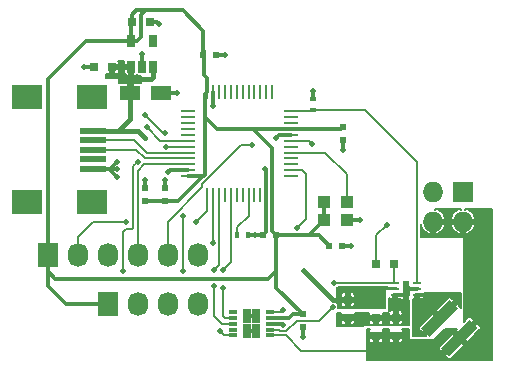
<source format=gtl>
G04 #@! TF.FileFunction,Copper,L1,Top,Signal*
%FSLAX46Y46*%
G04 Gerber Fmt 4.6, Leading zero omitted, Abs format (unit mm)*
G04 Created by KiCad (PCBNEW (after 2015-mar-04 BZR unknown)-product) date Sat 21 Nov 2015 03:19:33 PM EST*
%MOMM*%
G01*
G04 APERTURE LIST*
%ADD10C,0.150000*%
%ADD11R,2.301240X0.500380*%
%ADD12R,2.499360X1.998980*%
%ADD13R,0.600000X0.500000*%
%ADD14R,0.500000X0.600000*%
%ADD15R,1.800000X1.230000*%
%ADD16R,0.800000X0.750000*%
%ADD17R,1.727200X2.032000*%
%ADD18O,1.727200X2.032000*%
%ADD19R,0.400000X0.600000*%
%ADD20R,1.100000X1.000000*%
%ADD21R,1.300000X0.250000*%
%ADD22R,0.250000X1.300000*%
%ADD23R,0.650000X1.060000*%
%ADD24R,0.750000X0.800000*%
%ADD25R,0.600000X0.400000*%
%ADD26R,0.700000X0.250000*%
%ADD27R,0.610000X0.710000*%
%ADD28R,0.650000X0.300000*%
%ADD29R,0.775000X1.240000*%
%ADD30R,1.727200X1.727200*%
%ADD31O,1.727200X1.727200*%
%ADD32C,0.508000*%
%ADD33C,0.300000*%
%ADD34C,0.400000*%
%ADD35C,0.152400*%
G04 APERTURE END LIST*
D10*
D11*
X152420320Y-89077800D03*
X152420320Y-89877900D03*
X152420320Y-90678000D03*
X152420320Y-91478100D03*
X152420320Y-92278200D03*
D12*
X152321260Y-86227920D03*
X146822160Y-86227920D03*
X152321260Y-95128080D03*
X146822160Y-95128080D03*
D13*
X172424000Y-98806000D03*
X173524000Y-98806000D03*
X167936000Y-97917000D03*
X166836000Y-97917000D03*
D14*
X173609000Y-88731000D03*
X173609000Y-89831000D03*
D13*
X161756000Y-82677000D03*
X162856000Y-82677000D03*
D14*
X158496000Y-95038000D03*
X158496000Y-93938000D03*
X156845000Y-95038000D03*
X156845000Y-93938000D03*
D15*
X158155000Y-85852000D03*
X155535000Y-85852000D03*
D16*
X154039000Y-83693000D03*
X152539000Y-83693000D03*
X155714000Y-79883000D03*
X157214000Y-79883000D03*
D17*
X148590000Y-99568000D03*
D18*
X151130000Y-99568000D03*
X153670000Y-99568000D03*
X156210000Y-99568000D03*
X158750000Y-99568000D03*
X161290000Y-99568000D03*
D19*
X164650000Y-97917000D03*
X165550000Y-97917000D03*
D20*
X172024000Y-96635000D03*
X173924000Y-96635000D03*
X173924000Y-95135000D03*
X172024000Y-95135000D03*
D21*
X169196000Y-92920000D03*
X169196000Y-92420000D03*
X169196000Y-91920000D03*
X169196000Y-91420000D03*
X169196000Y-90920000D03*
X169196000Y-90420000D03*
X169196000Y-89920000D03*
X169196000Y-89420000D03*
X169196000Y-88920000D03*
X169196000Y-88420000D03*
X169196000Y-87920000D03*
X169196000Y-87420000D03*
D22*
X167596000Y-85820000D03*
X167096000Y-85820000D03*
X166596000Y-85820000D03*
X166096000Y-85820000D03*
X165596000Y-85820000D03*
X165096000Y-85820000D03*
X164596000Y-85820000D03*
X164096000Y-85820000D03*
X163596000Y-85820000D03*
X163096000Y-85820000D03*
X162596000Y-85820000D03*
X162096000Y-85820000D03*
D21*
X160496000Y-87420000D03*
X160496000Y-87920000D03*
X160496000Y-88420000D03*
X160496000Y-88920000D03*
X160496000Y-89420000D03*
X160496000Y-89920000D03*
X160496000Y-90420000D03*
X160496000Y-90920000D03*
X160496000Y-91420000D03*
X160496000Y-91920000D03*
X160496000Y-92420000D03*
X160496000Y-92920000D03*
D22*
X162096000Y-94520000D03*
X162596000Y-94520000D03*
X163096000Y-94520000D03*
X163596000Y-94520000D03*
X164096000Y-94520000D03*
X164596000Y-94520000D03*
X165096000Y-94520000D03*
X165596000Y-94520000D03*
X166096000Y-94520000D03*
X166596000Y-94520000D03*
X167096000Y-94520000D03*
X167596000Y-94520000D03*
D23*
X155641000Y-83650000D03*
X156591000Y-83650000D03*
X157541000Y-83650000D03*
X157541000Y-81450000D03*
X155641000Y-81450000D03*
D16*
X176415000Y-100330000D03*
X177915000Y-100330000D03*
D24*
X173990000Y-103390000D03*
X173990000Y-104890000D03*
X176403000Y-106414000D03*
X176403000Y-104914000D03*
X178054000Y-106414000D03*
X178054000Y-104914000D03*
D14*
X170180000Y-104606000D03*
X170180000Y-105706000D03*
D10*
G36*
X180239514Y-105808677D02*
X182643677Y-103404514D01*
X183336642Y-104097479D01*
X180932479Y-106501642D01*
X180239514Y-105808677D01*
X180239514Y-105808677D01*
G37*
G36*
X181915358Y-107484521D02*
X184319521Y-105080358D01*
X185012486Y-105773323D01*
X182608323Y-108177486D01*
X181915358Y-107484521D01*
X181915358Y-107484521D01*
G37*
D17*
X153670000Y-103759000D03*
D18*
X156210000Y-103759000D03*
X158750000Y-103759000D03*
X161290000Y-103759000D03*
D25*
X171069000Y-87318000D03*
X171069000Y-86418000D03*
D26*
X178018000Y-101989000D03*
X178018000Y-102489000D03*
X178018000Y-102989000D03*
X179868000Y-102989000D03*
X179868000Y-102489000D03*
X179868000Y-101989000D03*
D27*
X178943000Y-102844000D03*
X178943000Y-102134000D03*
D28*
X164312000Y-104410000D03*
X164312000Y-104910000D03*
X164312000Y-105410000D03*
X164312000Y-105910000D03*
X164312000Y-106410000D03*
X167412000Y-106410000D03*
X167412000Y-105910000D03*
X167412000Y-105410000D03*
X167412000Y-104910000D03*
X167412000Y-104410000D03*
D29*
X166249500Y-106030000D03*
X166249500Y-104790000D03*
X165474500Y-106030000D03*
X165474500Y-104790000D03*
D30*
X183769000Y-94234000D03*
D31*
X183769000Y-96774000D03*
X181229000Y-94234000D03*
X181229000Y-96774000D03*
D32*
X154432000Y-92329000D03*
X154432000Y-92964000D03*
X154432000Y-91694000D03*
X156591000Y-82550000D03*
X151638000Y-83693000D03*
X157988000Y-80010000D03*
X163576000Y-82677000D03*
X162560000Y-86995000D03*
X156845000Y-93218000D03*
X158496000Y-93218000D03*
X167894000Y-89662000D03*
X173609000Y-90678000D03*
X175006000Y-96647000D03*
X174244000Y-98806000D03*
X166116000Y-97917000D03*
X167005000Y-92329000D03*
X170180000Y-106553000D03*
X168529000Y-105537000D03*
X165474500Y-104790000D03*
X166249500Y-106030000D03*
X178943000Y-102134000D03*
X178943000Y-102844000D03*
X175133000Y-104902000D03*
X178943000Y-104394000D03*
X171069000Y-85725000D03*
X159512000Y-85852000D03*
X158750000Y-92583000D03*
X156845000Y-89662000D03*
X170307000Y-100965000D03*
X155194000Y-96774000D03*
X161163000Y-96774000D03*
X165862000Y-90297000D03*
X170942000Y-90170000D03*
X177292000Y-97028000D03*
X172720000Y-104013000D03*
X172847000Y-101981000D03*
X154940000Y-100965000D03*
X156210000Y-91694000D03*
X156972000Y-88773000D03*
X160020000Y-100965000D03*
X160020000Y-96266000D03*
X156845000Y-87757000D03*
X158496000Y-89281000D03*
X158623000Y-90424000D03*
X169672000Y-97282000D03*
X168529000Y-104267000D03*
X163195000Y-106045000D03*
X162560000Y-98552000D03*
X162687000Y-102235000D03*
X162687000Y-100838000D03*
X163449000Y-100838000D03*
X163449000Y-102362000D03*
D33*
X155641000Y-79956000D02*
X155714000Y-79883000D01*
X155641000Y-81450000D02*
X155641000Y-79956000D01*
X160020000Y-78867000D02*
X161756000Y-80603000D01*
X157480000Y-78867000D02*
X160020000Y-78867000D01*
X161756000Y-82296000D02*
X161756000Y-82677000D01*
X161756000Y-80603000D02*
X161756000Y-82296000D01*
X156845000Y-78867000D02*
X157480000Y-78867000D01*
X156464000Y-79248000D02*
X156845000Y-78867000D01*
X156464000Y-81153000D02*
X156464000Y-79248000D01*
X156167000Y-81450000D02*
X156464000Y-81153000D01*
X155641000Y-81450000D02*
X156167000Y-81450000D01*
X155714000Y-79236000D02*
X156083000Y-78867000D01*
X156083000Y-78867000D02*
X157480000Y-78867000D01*
X155714000Y-79883000D02*
X155714000Y-79236000D01*
X162096000Y-84626000D02*
X161798000Y-84328000D01*
X161798000Y-84328000D02*
X161798000Y-82296000D01*
X161798000Y-82296000D02*
X161756000Y-82296000D01*
X162096000Y-85820000D02*
X162096000Y-84626000D01*
X161842000Y-92920000D02*
X161925000Y-92837000D01*
X161925000Y-87884000D02*
X161925000Y-85991000D01*
X161925000Y-92837000D02*
X161925000Y-87884000D01*
X161925000Y-85991000D02*
X162096000Y-85820000D01*
X160496000Y-92920000D02*
X161842000Y-92920000D01*
X159597000Y-95038000D02*
X161798000Y-92837000D01*
X161798000Y-92837000D02*
X161925000Y-92837000D01*
X158496000Y-95038000D02*
X159597000Y-95038000D01*
X156845000Y-95038000D02*
X158496000Y-95038000D01*
X162961000Y-88920000D02*
X161925000Y-87884000D01*
X166009000Y-88920000D02*
X162961000Y-88920000D01*
X169196000Y-88920000D02*
X166009000Y-88920000D01*
X173420000Y-88920000D02*
X173609000Y-88731000D01*
X169196000Y-88920000D02*
X173420000Y-88920000D01*
X170742000Y-97917000D02*
X172024000Y-96635000D01*
X167936000Y-97917000D02*
X170742000Y-97917000D01*
X171535000Y-97917000D02*
X172424000Y-98806000D01*
X167936000Y-97917000D02*
X171535000Y-97917000D01*
X172024000Y-96635000D02*
X172024000Y-95135000D01*
X167596000Y-97577000D02*
X167936000Y-97917000D01*
X167596000Y-94520000D02*
X167596000Y-97577000D01*
X167596000Y-90507000D02*
X166009000Y-88920000D01*
X167596000Y-94520000D02*
X167596000Y-90507000D01*
X167936000Y-102362000D02*
X170180000Y-104606000D01*
X167936000Y-100923000D02*
X167936000Y-102362000D01*
X167936000Y-97917000D02*
X167936000Y-100923000D01*
X148590000Y-84709000D02*
X151849000Y-81450000D01*
X151849000Y-81450000D02*
X155641000Y-81450000D01*
X148590000Y-99568000D02*
X148590000Y-84709000D01*
X148590000Y-102235000D02*
X150114000Y-103759000D01*
X150114000Y-103759000D02*
X153670000Y-103759000D01*
X148590000Y-99568000D02*
X148590000Y-102235000D01*
X148590000Y-100965000D02*
X149225000Y-101600000D01*
X149225000Y-101600000D02*
X167259000Y-101600000D01*
X167259000Y-101600000D02*
X167936000Y-100923000D01*
X148590000Y-99568000D02*
X148590000Y-100965000D01*
X169029000Y-104910000D02*
X169333000Y-104606000D01*
X169333000Y-104606000D02*
X170180000Y-104606000D01*
X167412000Y-104910000D02*
X169029000Y-104910000D01*
X154381200Y-92278200D02*
X154432000Y-92329000D01*
X152420320Y-92278200D02*
X154381200Y-92278200D01*
X153746200Y-92278200D02*
X154432000Y-92964000D01*
X152420320Y-92278200D02*
X153746200Y-92278200D01*
X153847800Y-92278200D02*
X154432000Y-91694000D01*
X152420320Y-92278200D02*
X153847800Y-92278200D01*
X156591000Y-83650000D02*
X156591000Y-82550000D01*
X152539000Y-83693000D02*
X151638000Y-83693000D01*
X157861000Y-79883000D02*
X157988000Y-80010000D01*
X157214000Y-79883000D02*
X157861000Y-79883000D01*
X162856000Y-82677000D02*
X163576000Y-82677000D01*
X162596000Y-86959000D02*
X162560000Y-86995000D01*
X162596000Y-85820000D02*
X162596000Y-86959000D01*
X156845000Y-93938000D02*
X156845000Y-93218000D01*
X158496000Y-93938000D02*
X158496000Y-93218000D01*
X168136000Y-89420000D02*
X167894000Y-89662000D01*
X169196000Y-89420000D02*
X168136000Y-89420000D01*
X173609000Y-89831000D02*
X173609000Y-90678000D01*
X174994000Y-96635000D02*
X175006000Y-96647000D01*
X173924000Y-96635000D02*
X174994000Y-96635000D01*
X173524000Y-98806000D02*
X174244000Y-98806000D01*
X166116000Y-97917000D02*
X166836000Y-97917000D01*
X165550000Y-97917000D02*
X166116000Y-97917000D01*
X167096000Y-92420000D02*
X167005000Y-92329000D01*
X167096000Y-94520000D02*
X167096000Y-92420000D01*
X167096000Y-97657000D02*
X166836000Y-97917000D01*
X167096000Y-94520000D02*
X167096000Y-97657000D01*
X170180000Y-105706000D02*
X170180000Y-106553000D01*
X168402000Y-105410000D02*
X168529000Y-105537000D01*
X167412000Y-105410000D02*
X168402000Y-105410000D01*
X179298000Y-102489000D02*
X178943000Y-102134000D01*
X179868000Y-102489000D02*
X179298000Y-102489000D01*
X178798000Y-102989000D02*
X178943000Y-102844000D01*
X178018000Y-102989000D02*
X178798000Y-102989000D01*
X175121000Y-104890000D02*
X175133000Y-104902000D01*
X173990000Y-104890000D02*
X175121000Y-104890000D01*
X178423000Y-104914000D02*
X178943000Y-104394000D01*
X178054000Y-104914000D02*
X178423000Y-104914000D01*
X171069000Y-86418000D02*
X171069000Y-85725000D01*
X158155000Y-85852000D02*
X159512000Y-85852000D01*
X158913000Y-92420000D02*
X158750000Y-92583000D01*
X160496000Y-92420000D02*
X158913000Y-92420000D01*
X165474500Y-104790000D02*
X166249500Y-104790000D01*
X166249500Y-106030000D02*
X165474500Y-106030000D01*
D34*
X156260800Y-89077800D02*
X156845000Y-89662000D01*
X170307000Y-100965000D02*
X172732000Y-103390000D01*
X172732000Y-103390000D02*
X173990000Y-103390000D01*
X152420320Y-89077800D02*
X156260800Y-89077800D01*
X154508200Y-89077800D02*
X155535000Y-88051000D01*
X155535000Y-88051000D02*
X155535000Y-85852000D01*
X152420320Y-89077800D02*
X154508200Y-89077800D01*
X155641000Y-85746000D02*
X155535000Y-85852000D01*
X155641000Y-84709000D02*
X155641000Y-85746000D01*
X155641000Y-83650000D02*
X155641000Y-84709000D01*
X155598000Y-83693000D02*
X155641000Y-83650000D01*
X154039000Y-83693000D02*
X155598000Y-83693000D01*
X157541000Y-84521000D02*
X157353000Y-84709000D01*
X157353000Y-84709000D02*
X155641000Y-84709000D01*
X157541000Y-83650000D02*
X157541000Y-84521000D01*
D35*
X176403000Y-102489000D02*
X175502000Y-103390000D01*
X175502000Y-103390000D02*
X173990000Y-103390000D01*
X178018000Y-102489000D02*
X176403000Y-102489000D01*
X151130000Y-98044000D02*
X152400000Y-96774000D01*
X152400000Y-96774000D02*
X155194000Y-96774000D01*
X161163000Y-96774000D02*
X162096000Y-95841000D01*
X162096000Y-95841000D02*
X162096000Y-94520000D01*
X151130000Y-99568000D02*
X151130000Y-98044000D01*
X156210000Y-92456000D02*
X156746000Y-91920000D01*
X156746000Y-91920000D02*
X160496000Y-91920000D01*
X156210000Y-99568000D02*
X156210000Y-92456000D01*
X158750000Y-96774000D02*
X161671000Y-93853000D01*
X161671000Y-93853000D02*
X161671000Y-93626424D01*
X161671000Y-93626424D02*
X165000424Y-90297000D01*
X165000424Y-90297000D02*
X165862000Y-90297000D01*
X170942000Y-90170000D02*
X170692000Y-89920000D01*
X170692000Y-89920000D02*
X169196000Y-89920000D01*
X158750000Y-99568000D02*
X158750000Y-96774000D01*
X165596000Y-96278000D02*
X164650000Y-97224000D01*
X164650000Y-97224000D02*
X164650000Y-97917000D01*
X165596000Y-94520000D02*
X165596000Y-96278000D01*
X173924000Y-92771000D02*
X172073000Y-90920000D01*
X172073000Y-90920000D02*
X169196000Y-90920000D01*
X173924000Y-95135000D02*
X173924000Y-92771000D01*
X168767000Y-106410000D02*
X170053000Y-107696000D01*
X170053000Y-107696000D02*
X176530000Y-107696000D01*
X167412000Y-106410000D02*
X168767000Y-106410000D01*
X176415000Y-97905000D02*
X177292000Y-97028000D01*
X176415000Y-100330000D02*
X176415000Y-97905000D01*
X177915000Y-101886000D02*
X178018000Y-101989000D01*
X177915000Y-100330000D02*
X177915000Y-101886000D01*
X168140000Y-105910000D02*
X168275000Y-106045000D01*
X168275000Y-106045000D02*
X168783000Y-106045000D01*
X168783000Y-106045000D02*
X169672000Y-105156000D01*
X169672000Y-105156000D02*
X171577000Y-105156000D01*
X171577000Y-105156000D02*
X172720000Y-104013000D01*
X172847000Y-101981000D02*
X172855000Y-101989000D01*
X172855000Y-101989000D02*
X178018000Y-101989000D01*
X167412000Y-105910000D02*
X168140000Y-105910000D01*
X154940000Y-100965000D02*
X154940000Y-97663000D01*
X154940000Y-97663000D02*
X155194000Y-97409000D01*
X155194000Y-97409000D02*
X155702000Y-97409000D01*
X155702000Y-97409000D02*
X155829000Y-97282000D01*
X155829000Y-97282000D02*
X155829000Y-92075000D01*
X155829000Y-92075000D02*
X156210000Y-91694000D01*
X156972000Y-88773000D02*
X158119000Y-89920000D01*
X158119000Y-89920000D02*
X160496000Y-89920000D01*
X160020000Y-100965000D02*
X160020000Y-96266000D01*
X156845000Y-87757000D02*
X158369000Y-89281000D01*
X158369000Y-89281000D02*
X158496000Y-89281000D01*
X158623000Y-90424000D02*
X158627000Y-90420000D01*
X158627000Y-90420000D02*
X160496000Y-90420000D01*
X170967000Y-87420000D02*
X171069000Y-87318000D01*
X169196000Y-87420000D02*
X170967000Y-87420000D01*
X175456000Y-87318000D02*
X179868000Y-91730000D01*
X179868000Y-91730000D02*
X179868000Y-101989000D01*
X171069000Y-87318000D02*
X175456000Y-87318000D01*
X170144000Y-92420000D02*
X170434000Y-92710000D01*
X170434000Y-92710000D02*
X170434000Y-96520000D01*
X170434000Y-96520000D02*
X169672000Y-97282000D01*
X168529000Y-104267000D02*
X168386000Y-104410000D01*
X168386000Y-104410000D02*
X167412000Y-104410000D01*
X169196000Y-92420000D02*
X170144000Y-92420000D01*
X162560000Y-94556000D02*
X162596000Y-94520000D01*
X163560000Y-106410000D02*
X163195000Y-106045000D01*
X162560000Y-98552000D02*
X162687000Y-98425000D01*
X162687000Y-98425000D02*
X162560000Y-98298000D01*
X162560000Y-98298000D02*
X162560000Y-94556000D01*
X164312000Y-106410000D02*
X163560000Y-106410000D01*
X163322000Y-105410000D02*
X162687000Y-104775000D01*
X162687000Y-104775000D02*
X162687000Y-102235000D01*
X162687000Y-100838000D02*
X163096000Y-100429000D01*
X163096000Y-100429000D02*
X163096000Y-94520000D01*
X164312000Y-105410000D02*
X163322000Y-105410000D01*
X164096000Y-100191000D02*
X163449000Y-100838000D01*
X163449000Y-102362000D02*
X163449000Y-104775000D01*
X163449000Y-104775000D02*
X163584000Y-104910000D01*
X163584000Y-104910000D02*
X164312000Y-104910000D01*
X164096000Y-94520000D02*
X164096000Y-100191000D01*
X155917900Y-89877900D02*
X156960000Y-90920000D01*
X156960000Y-90920000D02*
X160496000Y-90920000D01*
X152420320Y-89877900D02*
X155917900Y-89877900D01*
X156083000Y-90678000D02*
X156825000Y-91420000D01*
X156825000Y-91420000D02*
X160496000Y-91420000D01*
X152420320Y-90678000D02*
X156083000Y-90678000D01*
G36*
X183565800Y-104108437D02*
X183565242Y-104108995D01*
X183565242Y-104052007D01*
X183530439Y-103967987D01*
X183317939Y-103755487D01*
X183237117Y-103755487D01*
X182985669Y-104006934D01*
X182985669Y-103504039D01*
X182985669Y-103423217D01*
X182773169Y-103210717D01*
X182689149Y-103175914D01*
X182598207Y-103175914D01*
X182514186Y-103210716D01*
X182449880Y-103275022D01*
X181446086Y-104278816D01*
X181446086Y-104359639D01*
X181788078Y-104701631D01*
X182985669Y-103504039D01*
X182985669Y-104006934D01*
X182039525Y-104953078D01*
X182053667Y-104967220D01*
X181802220Y-105218667D01*
X181788078Y-105204525D01*
X181536631Y-105455972D01*
X181536631Y-104953078D01*
X181194639Y-104611086D01*
X181113816Y-104611086D01*
X180446600Y-105278302D01*
X180446600Y-103159472D01*
X180446600Y-103108650D01*
X180389450Y-103051500D01*
X180043000Y-103051500D01*
X180043000Y-103285450D01*
X180100150Y-103342600D01*
X180263471Y-103342600D01*
X180347491Y-103307798D01*
X180411797Y-103243492D01*
X180446600Y-103159472D01*
X180446600Y-105278302D01*
X180110022Y-105614880D01*
X180045716Y-105679186D01*
X180010914Y-105763207D01*
X180010914Y-105854149D01*
X180045717Y-105938169D01*
X180258217Y-106150669D01*
X180339039Y-106150669D01*
X181536631Y-104953078D01*
X181536631Y-105455972D01*
X180590487Y-106402117D01*
X180590487Y-106476800D01*
X179527200Y-106476800D01*
X179527200Y-103342600D01*
X179635850Y-103342600D01*
X179693000Y-103285450D01*
X179693000Y-103051500D01*
X179670200Y-103051500D01*
X179670200Y-102926500D01*
X179693000Y-102926500D01*
X179693000Y-102867600D01*
X179868000Y-102867600D01*
X179886098Y-102864000D01*
X180043000Y-102864000D01*
X180043000Y-102926500D01*
X180389450Y-102926500D01*
X180446600Y-102869350D01*
X180446600Y-102819200D01*
X183565800Y-102819200D01*
X183565800Y-104108437D01*
X183565800Y-104108437D01*
G37*
X183565800Y-104108437D02*
X183565242Y-104108995D01*
X183565242Y-104052007D01*
X183530439Y-103967987D01*
X183317939Y-103755487D01*
X183237117Y-103755487D01*
X182985669Y-104006934D01*
X182985669Y-103504039D01*
X182985669Y-103423217D01*
X182773169Y-103210717D01*
X182689149Y-103175914D01*
X182598207Y-103175914D01*
X182514186Y-103210716D01*
X182449880Y-103275022D01*
X181446086Y-104278816D01*
X181446086Y-104359639D01*
X181788078Y-104701631D01*
X182985669Y-103504039D01*
X182985669Y-104006934D01*
X182039525Y-104953078D01*
X182053667Y-104967220D01*
X181802220Y-105218667D01*
X181788078Y-105204525D01*
X181536631Y-105455972D01*
X181536631Y-104953078D01*
X181194639Y-104611086D01*
X181113816Y-104611086D01*
X180446600Y-105278302D01*
X180446600Y-103159472D01*
X180446600Y-103108650D01*
X180389450Y-103051500D01*
X180043000Y-103051500D01*
X180043000Y-103285450D01*
X180100150Y-103342600D01*
X180263471Y-103342600D01*
X180347491Y-103307798D01*
X180411797Y-103243492D01*
X180446600Y-103159472D01*
X180446600Y-105278302D01*
X180110022Y-105614880D01*
X180045716Y-105679186D01*
X180010914Y-105763207D01*
X180010914Y-105854149D01*
X180045717Y-105938169D01*
X180258217Y-106150669D01*
X180339039Y-106150669D01*
X181536631Y-104953078D01*
X181536631Y-105455972D01*
X180590487Y-106402117D01*
X180590487Y-106476800D01*
X179527200Y-106476800D01*
X179527200Y-103342600D01*
X179635850Y-103342600D01*
X179693000Y-103285450D01*
X179693000Y-103051500D01*
X179670200Y-103051500D01*
X179670200Y-102926500D01*
X179693000Y-102926500D01*
X179693000Y-102867600D01*
X179868000Y-102867600D01*
X179886098Y-102864000D01*
X180043000Y-102864000D01*
X180043000Y-102926500D01*
X180389450Y-102926500D01*
X180446600Y-102869350D01*
X180446600Y-102819200D01*
X183565800Y-102819200D01*
X183565800Y-104108437D01*
G36*
X186232800Y-108508800D02*
X185241086Y-108508800D01*
X185241086Y-105818793D01*
X185241086Y-105727851D01*
X185206283Y-105643831D01*
X184993783Y-105431331D01*
X184912961Y-105431331D01*
X184805567Y-105538724D01*
X184805567Y-97118192D01*
X184789499Y-96951800D01*
X183946800Y-96951800D01*
X183946800Y-97793664D01*
X184113190Y-97810550D01*
X184258583Y-97750344D01*
X184594946Y-97488669D01*
X184805567Y-97118192D01*
X184805567Y-105538724D01*
X183715369Y-106628922D01*
X184057361Y-106970914D01*
X184138184Y-106970914D01*
X185141978Y-105967120D01*
X185206284Y-105902814D01*
X185241086Y-105818793D01*
X185241086Y-108508800D01*
X183805914Y-108508800D01*
X183805914Y-107303184D01*
X183805914Y-107222361D01*
X183463922Y-106880369D01*
X183212475Y-107131816D01*
X183212475Y-106628922D01*
X182870483Y-106286930D01*
X182789660Y-106286930D01*
X181785866Y-107290724D01*
X181721560Y-107355030D01*
X181686758Y-107439051D01*
X181686758Y-107529993D01*
X181721561Y-107614013D01*
X181934061Y-107826513D01*
X182014883Y-107826513D01*
X183212475Y-106628922D01*
X183212475Y-107131816D01*
X182266331Y-108077961D01*
X182266331Y-108158783D01*
X182478831Y-108371283D01*
X182562851Y-108406086D01*
X182653793Y-108406086D01*
X182737814Y-108371284D01*
X182802120Y-108306978D01*
X183805914Y-107303184D01*
X183805914Y-108508800D01*
X178657600Y-108508800D01*
X178657600Y-106859471D01*
X178657600Y-106648950D01*
X178600450Y-106591800D01*
X178231800Y-106591800D01*
X178231800Y-106985450D01*
X178288950Y-107042600D01*
X178383529Y-107042600D01*
X178474472Y-107042600D01*
X178558492Y-107007797D01*
X178622798Y-106943491D01*
X178657600Y-106859471D01*
X178657600Y-108508800D01*
X177876200Y-108508800D01*
X177876200Y-106985450D01*
X177876200Y-106591800D01*
X177507550Y-106591800D01*
X177450400Y-106648950D01*
X177450400Y-106859471D01*
X177485202Y-106943491D01*
X177549508Y-107007797D01*
X177633528Y-107042600D01*
X177724471Y-107042600D01*
X177819050Y-107042600D01*
X177876200Y-106985450D01*
X177876200Y-108508800D01*
X177006600Y-108508800D01*
X177006600Y-106859471D01*
X177006600Y-106648950D01*
X176949450Y-106591800D01*
X176580800Y-106591800D01*
X176580800Y-106985450D01*
X176637950Y-107042600D01*
X176732529Y-107042600D01*
X176823472Y-107042600D01*
X176907492Y-107007797D01*
X176971798Y-106943491D01*
X177006600Y-106859471D01*
X177006600Y-108508800D01*
X176225200Y-108508800D01*
X176225200Y-106985450D01*
X176225200Y-106591800D01*
X175856550Y-106591800D01*
X175799400Y-106648950D01*
X175799400Y-106859471D01*
X175834202Y-106943491D01*
X175898508Y-107007797D01*
X175982528Y-107042600D01*
X176073471Y-107042600D01*
X176168050Y-107042600D01*
X176225200Y-106985450D01*
X176225200Y-108508800D01*
X175590200Y-108508800D01*
X175590200Y-105867200D01*
X175851511Y-105867200D01*
X175834202Y-105884509D01*
X175799400Y-105968529D01*
X175799400Y-106179050D01*
X175856550Y-106236200D01*
X176225200Y-106236200D01*
X176225200Y-106216200D01*
X176580800Y-106216200D01*
X176580800Y-106236200D01*
X176949450Y-106236200D01*
X177006600Y-106179050D01*
X177006600Y-105968529D01*
X176971798Y-105884509D01*
X176954489Y-105867200D01*
X177502511Y-105867200D01*
X177485202Y-105884509D01*
X177450400Y-105968529D01*
X177450400Y-106179050D01*
X177507550Y-106236200D01*
X177876200Y-106236200D01*
X177876200Y-106216200D01*
X178231800Y-106216200D01*
X178231800Y-106236200D01*
X178600450Y-106236200D01*
X178657600Y-106179050D01*
X178657600Y-105968529D01*
X178622798Y-105884509D01*
X178605489Y-105867200D01*
X179222400Y-105867200D01*
X179222400Y-106781600D01*
X181323689Y-106781600D01*
X182238089Y-105867200D01*
X183209390Y-105867200D01*
X183121930Y-105954660D01*
X183121930Y-106035483D01*
X183463922Y-106377475D01*
X184661513Y-105179883D01*
X184661513Y-105099061D01*
X184449013Y-104886561D01*
X184364993Y-104851758D01*
X184274051Y-104851758D01*
X184190030Y-104886560D01*
X184125724Y-104950866D01*
X183845200Y-105231390D01*
X183845200Y-104260089D01*
X183870600Y-104234689D01*
X183870600Y-102514400D01*
X183845200Y-102514400D01*
X183845200Y-98094800D01*
X183591200Y-98094800D01*
X183591200Y-97793664D01*
X183591200Y-96951800D01*
X182748501Y-96951800D01*
X182732433Y-97118192D01*
X182943054Y-97488669D01*
X183279417Y-97750344D01*
X183424810Y-97810550D01*
X183591200Y-97793664D01*
X183591200Y-98094800D01*
X182265567Y-98094800D01*
X182265567Y-97118192D01*
X182249499Y-96951800D01*
X181406800Y-96951800D01*
X181406800Y-97793664D01*
X181573190Y-97810550D01*
X181718583Y-97750344D01*
X182054946Y-97488669D01*
X182265567Y-97118192D01*
X182265567Y-98094800D01*
X181051200Y-98094800D01*
X180172800Y-98094800D01*
X180172800Y-96951802D01*
X180208500Y-96951802D01*
X180192433Y-97118192D01*
X180403054Y-97488669D01*
X180739417Y-97750344D01*
X180884810Y-97810550D01*
X181051200Y-97793664D01*
X181051200Y-96951800D01*
X181031200Y-96951800D01*
X181031200Y-96596200D01*
X181051200Y-96596200D01*
X181051200Y-96576200D01*
X181406800Y-96576200D01*
X181406800Y-96596200D01*
X182249499Y-96596200D01*
X182265567Y-96429808D01*
X182054946Y-96059331D01*
X181718583Y-95797656D01*
X181573190Y-95737450D01*
X181406802Y-95754335D01*
X181406802Y-95707200D01*
X183591198Y-95707200D01*
X183591198Y-95754335D01*
X183424810Y-95737450D01*
X183279417Y-95797656D01*
X182943054Y-96059331D01*
X182732433Y-96429808D01*
X182748501Y-96596200D01*
X183591200Y-96596200D01*
X183591200Y-96576200D01*
X183946800Y-96576200D01*
X183946800Y-96596200D01*
X184789499Y-96596200D01*
X184805567Y-96429808D01*
X184594946Y-96059331D01*
X184258583Y-95797656D01*
X184113190Y-95737450D01*
X183946802Y-95754335D01*
X183946802Y-95707200D01*
X186232800Y-95707200D01*
X186232800Y-108508800D01*
X186232800Y-108508800D01*
G37*
X186232800Y-108508800D02*
X185241086Y-108508800D01*
X185241086Y-105818793D01*
X185241086Y-105727851D01*
X185206283Y-105643831D01*
X184993783Y-105431331D01*
X184912961Y-105431331D01*
X184805567Y-105538724D01*
X184805567Y-97118192D01*
X184789499Y-96951800D01*
X183946800Y-96951800D01*
X183946800Y-97793664D01*
X184113190Y-97810550D01*
X184258583Y-97750344D01*
X184594946Y-97488669D01*
X184805567Y-97118192D01*
X184805567Y-105538724D01*
X183715369Y-106628922D01*
X184057361Y-106970914D01*
X184138184Y-106970914D01*
X185141978Y-105967120D01*
X185206284Y-105902814D01*
X185241086Y-105818793D01*
X185241086Y-108508800D01*
X183805914Y-108508800D01*
X183805914Y-107303184D01*
X183805914Y-107222361D01*
X183463922Y-106880369D01*
X183212475Y-107131816D01*
X183212475Y-106628922D01*
X182870483Y-106286930D01*
X182789660Y-106286930D01*
X181785866Y-107290724D01*
X181721560Y-107355030D01*
X181686758Y-107439051D01*
X181686758Y-107529993D01*
X181721561Y-107614013D01*
X181934061Y-107826513D01*
X182014883Y-107826513D01*
X183212475Y-106628922D01*
X183212475Y-107131816D01*
X182266331Y-108077961D01*
X182266331Y-108158783D01*
X182478831Y-108371283D01*
X182562851Y-108406086D01*
X182653793Y-108406086D01*
X182737814Y-108371284D01*
X182802120Y-108306978D01*
X183805914Y-107303184D01*
X183805914Y-108508800D01*
X178657600Y-108508800D01*
X178657600Y-106859471D01*
X178657600Y-106648950D01*
X178600450Y-106591800D01*
X178231800Y-106591800D01*
X178231800Y-106985450D01*
X178288950Y-107042600D01*
X178383529Y-107042600D01*
X178474472Y-107042600D01*
X178558492Y-107007797D01*
X178622798Y-106943491D01*
X178657600Y-106859471D01*
X178657600Y-108508800D01*
X177876200Y-108508800D01*
X177876200Y-106985450D01*
X177876200Y-106591800D01*
X177507550Y-106591800D01*
X177450400Y-106648950D01*
X177450400Y-106859471D01*
X177485202Y-106943491D01*
X177549508Y-107007797D01*
X177633528Y-107042600D01*
X177724471Y-107042600D01*
X177819050Y-107042600D01*
X177876200Y-106985450D01*
X177876200Y-108508800D01*
X177006600Y-108508800D01*
X177006600Y-106859471D01*
X177006600Y-106648950D01*
X176949450Y-106591800D01*
X176580800Y-106591800D01*
X176580800Y-106985450D01*
X176637950Y-107042600D01*
X176732529Y-107042600D01*
X176823472Y-107042600D01*
X176907492Y-107007797D01*
X176971798Y-106943491D01*
X177006600Y-106859471D01*
X177006600Y-108508800D01*
X176225200Y-108508800D01*
X176225200Y-106985450D01*
X176225200Y-106591800D01*
X175856550Y-106591800D01*
X175799400Y-106648950D01*
X175799400Y-106859471D01*
X175834202Y-106943491D01*
X175898508Y-107007797D01*
X175982528Y-107042600D01*
X176073471Y-107042600D01*
X176168050Y-107042600D01*
X176225200Y-106985450D01*
X176225200Y-108508800D01*
X175590200Y-108508800D01*
X175590200Y-105867200D01*
X175851511Y-105867200D01*
X175834202Y-105884509D01*
X175799400Y-105968529D01*
X175799400Y-106179050D01*
X175856550Y-106236200D01*
X176225200Y-106236200D01*
X176225200Y-106216200D01*
X176580800Y-106216200D01*
X176580800Y-106236200D01*
X176949450Y-106236200D01*
X177006600Y-106179050D01*
X177006600Y-105968529D01*
X176971798Y-105884509D01*
X176954489Y-105867200D01*
X177502511Y-105867200D01*
X177485202Y-105884509D01*
X177450400Y-105968529D01*
X177450400Y-106179050D01*
X177507550Y-106236200D01*
X177876200Y-106236200D01*
X177876200Y-106216200D01*
X178231800Y-106216200D01*
X178231800Y-106236200D01*
X178600450Y-106236200D01*
X178657600Y-106179050D01*
X178657600Y-105968529D01*
X178622798Y-105884509D01*
X178605489Y-105867200D01*
X179222400Y-105867200D01*
X179222400Y-106781600D01*
X181323689Y-106781600D01*
X182238089Y-105867200D01*
X183209390Y-105867200D01*
X183121930Y-105954660D01*
X183121930Y-106035483D01*
X183463922Y-106377475D01*
X184661513Y-105179883D01*
X184661513Y-105099061D01*
X184449013Y-104886561D01*
X184364993Y-104851758D01*
X184274051Y-104851758D01*
X184190030Y-104886560D01*
X184125724Y-104950866D01*
X183845200Y-105231390D01*
X183845200Y-104260089D01*
X183870600Y-104234689D01*
X183870600Y-102514400D01*
X183845200Y-102514400D01*
X183845200Y-98094800D01*
X183591200Y-98094800D01*
X183591200Y-97793664D01*
X183591200Y-96951800D01*
X182748501Y-96951800D01*
X182732433Y-97118192D01*
X182943054Y-97488669D01*
X183279417Y-97750344D01*
X183424810Y-97810550D01*
X183591200Y-97793664D01*
X183591200Y-98094800D01*
X182265567Y-98094800D01*
X182265567Y-97118192D01*
X182249499Y-96951800D01*
X181406800Y-96951800D01*
X181406800Y-97793664D01*
X181573190Y-97810550D01*
X181718583Y-97750344D01*
X182054946Y-97488669D01*
X182265567Y-97118192D01*
X182265567Y-98094800D01*
X181051200Y-98094800D01*
X180172800Y-98094800D01*
X180172800Y-96951802D01*
X180208500Y-96951802D01*
X180192433Y-97118192D01*
X180403054Y-97488669D01*
X180739417Y-97750344D01*
X180884810Y-97810550D01*
X181051200Y-97793664D01*
X181051200Y-96951800D01*
X181031200Y-96951800D01*
X181031200Y-96596200D01*
X181051200Y-96596200D01*
X181051200Y-96576200D01*
X181406800Y-96576200D01*
X181406800Y-96596200D01*
X182249499Y-96596200D01*
X182265567Y-96429808D01*
X182054946Y-96059331D01*
X181718583Y-95797656D01*
X181573190Y-95737450D01*
X181406802Y-95754335D01*
X181406802Y-95707200D01*
X183591198Y-95707200D01*
X183591198Y-95754335D01*
X183424810Y-95737450D01*
X183279417Y-95797656D01*
X182943054Y-96059331D01*
X182732433Y-96429808D01*
X182748501Y-96596200D01*
X183591200Y-96596200D01*
X183591200Y-96576200D01*
X183946800Y-96576200D01*
X183946800Y-96596200D01*
X184789499Y-96596200D01*
X184805567Y-96429808D01*
X184594946Y-96059331D01*
X184258583Y-95797656D01*
X184113190Y-95737450D01*
X183946802Y-95754335D01*
X183946802Y-95707200D01*
X186232800Y-95707200D01*
X186232800Y-108508800D01*
G36*
X179222400Y-105562400D02*
X178790500Y-105562400D01*
X178657600Y-105562400D01*
X178657600Y-105359471D01*
X178657600Y-105148950D01*
X178657600Y-104679050D01*
X178657600Y-104468529D01*
X178622798Y-104384509D01*
X178558492Y-104320203D01*
X178474472Y-104285400D01*
X178383529Y-104285400D01*
X178288950Y-104285400D01*
X178231800Y-104342550D01*
X178231800Y-104736200D01*
X178600450Y-104736200D01*
X178657600Y-104679050D01*
X178657600Y-105148950D01*
X178600450Y-105091800D01*
X178231800Y-105091800D01*
X178231800Y-105485450D01*
X178288950Y-105542600D01*
X178383529Y-105542600D01*
X178474472Y-105542600D01*
X178558492Y-105507797D01*
X178622798Y-105443491D01*
X178657600Y-105359471D01*
X178657600Y-105562400D01*
X177876200Y-105562400D01*
X177876200Y-105485450D01*
X177876200Y-105091800D01*
X177507550Y-105091800D01*
X177450400Y-105148950D01*
X177450400Y-105359471D01*
X177485202Y-105443491D01*
X177549508Y-105507797D01*
X177633528Y-105542600D01*
X177724471Y-105542600D01*
X177819050Y-105542600D01*
X177876200Y-105485450D01*
X177876200Y-105562400D01*
X177006600Y-105562400D01*
X177006600Y-105359471D01*
X177006600Y-105148950D01*
X176949450Y-105091800D01*
X176580800Y-105091800D01*
X176580800Y-105485450D01*
X176637950Y-105542600D01*
X176732529Y-105542600D01*
X176823472Y-105542600D01*
X176907492Y-105507797D01*
X176971798Y-105443491D01*
X177006600Y-105359471D01*
X177006600Y-105562400D01*
X176225200Y-105562400D01*
X176225200Y-105485450D01*
X176225200Y-105091800D01*
X175856550Y-105091800D01*
X175799400Y-105148950D01*
X175799400Y-105359471D01*
X175834202Y-105443491D01*
X175898508Y-105507797D01*
X175982528Y-105542600D01*
X176073471Y-105542600D01*
X176168050Y-105542600D01*
X176225200Y-105485450D01*
X176225200Y-105562400D01*
X175285400Y-105562400D01*
X175285400Y-105587800D01*
X174593600Y-105587800D01*
X174593600Y-105335471D01*
X174593600Y-105124950D01*
X174536450Y-105067800D01*
X174167800Y-105067800D01*
X174167800Y-105461450D01*
X174224950Y-105518600D01*
X174319529Y-105518600D01*
X174410472Y-105518600D01*
X174494492Y-105483797D01*
X174558798Y-105419491D01*
X174593600Y-105335471D01*
X174593600Y-105587800D01*
X173812200Y-105587800D01*
X173812200Y-105461450D01*
X173812200Y-105067800D01*
X173443550Y-105067800D01*
X173386400Y-105124950D01*
X173386400Y-105335471D01*
X173421202Y-105419491D01*
X173485508Y-105483797D01*
X173569528Y-105518600D01*
X173660471Y-105518600D01*
X173755050Y-105518600D01*
X173812200Y-105461450D01*
X173812200Y-105587800D01*
X173050200Y-105587800D01*
X173050200Y-104470200D01*
X173386400Y-104470200D01*
X173386400Y-104655050D01*
X173443550Y-104712200D01*
X173812200Y-104712200D01*
X173812200Y-104692200D01*
X174167800Y-104692200D01*
X174167800Y-104712200D01*
X174536450Y-104712200D01*
X174593600Y-104655050D01*
X174593600Y-104470200D01*
X175799400Y-104470200D01*
X175799400Y-104679050D01*
X175856550Y-104736200D01*
X176225200Y-104736200D01*
X176225200Y-104716200D01*
X176580800Y-104716200D01*
X176580800Y-104736200D01*
X176949450Y-104736200D01*
X177006600Y-104679050D01*
X177006600Y-104470200D01*
X177450400Y-104470200D01*
X177450400Y-104679050D01*
X177507550Y-104736200D01*
X177876200Y-104736200D01*
X177876200Y-104342550D01*
X177819050Y-104285400D01*
X177724471Y-104285400D01*
X177633528Y-104285400D01*
X177549508Y-104320203D01*
X177495200Y-104374511D01*
X177495200Y-103264489D01*
X177538509Y-103307798D01*
X177622529Y-103342600D01*
X177785850Y-103342600D01*
X177843000Y-103285450D01*
X177843000Y-103051500D01*
X177820200Y-103051500D01*
X177820200Y-102926500D01*
X177843000Y-102926500D01*
X177843000Y-102864000D01*
X178193000Y-102864000D01*
X178193000Y-102926500D01*
X178409400Y-102926500D01*
X178409400Y-103021802D01*
X178466248Y-103021802D01*
X178436550Y-103051500D01*
X178193000Y-103051500D01*
X178193000Y-103285450D01*
X178250150Y-103342600D01*
X178413471Y-103342600D01*
X178445177Y-103329466D01*
X178508509Y-103392798D01*
X178592529Y-103427600D01*
X178733350Y-103427600D01*
X178790500Y-103370450D01*
X178790500Y-103021500D01*
X178745200Y-103021500D01*
X178745200Y-102705750D01*
X178784450Y-102666500D01*
X178790500Y-102666500D01*
X178790500Y-102660450D01*
X178790500Y-102646200D01*
X179095500Y-102646200D01*
X179095500Y-102660450D01*
X179095500Y-102666500D01*
X179101550Y-102666500D01*
X179140800Y-102705750D01*
X179140800Y-103021500D01*
X179095500Y-103021500D01*
X179095500Y-103370450D01*
X179152650Y-103427600D01*
X179222400Y-103427600D01*
X179222400Y-105562400D01*
X179222400Y-105562400D01*
G37*
X179222400Y-105562400D02*
X178790500Y-105562400D01*
X178657600Y-105562400D01*
X178657600Y-105359471D01*
X178657600Y-105148950D01*
X178657600Y-104679050D01*
X178657600Y-104468529D01*
X178622798Y-104384509D01*
X178558492Y-104320203D01*
X178474472Y-104285400D01*
X178383529Y-104285400D01*
X178288950Y-104285400D01*
X178231800Y-104342550D01*
X178231800Y-104736200D01*
X178600450Y-104736200D01*
X178657600Y-104679050D01*
X178657600Y-105148950D01*
X178600450Y-105091800D01*
X178231800Y-105091800D01*
X178231800Y-105485450D01*
X178288950Y-105542600D01*
X178383529Y-105542600D01*
X178474472Y-105542600D01*
X178558492Y-105507797D01*
X178622798Y-105443491D01*
X178657600Y-105359471D01*
X178657600Y-105562400D01*
X177876200Y-105562400D01*
X177876200Y-105485450D01*
X177876200Y-105091800D01*
X177507550Y-105091800D01*
X177450400Y-105148950D01*
X177450400Y-105359471D01*
X177485202Y-105443491D01*
X177549508Y-105507797D01*
X177633528Y-105542600D01*
X177724471Y-105542600D01*
X177819050Y-105542600D01*
X177876200Y-105485450D01*
X177876200Y-105562400D01*
X177006600Y-105562400D01*
X177006600Y-105359471D01*
X177006600Y-105148950D01*
X176949450Y-105091800D01*
X176580800Y-105091800D01*
X176580800Y-105485450D01*
X176637950Y-105542600D01*
X176732529Y-105542600D01*
X176823472Y-105542600D01*
X176907492Y-105507797D01*
X176971798Y-105443491D01*
X177006600Y-105359471D01*
X177006600Y-105562400D01*
X176225200Y-105562400D01*
X176225200Y-105485450D01*
X176225200Y-105091800D01*
X175856550Y-105091800D01*
X175799400Y-105148950D01*
X175799400Y-105359471D01*
X175834202Y-105443491D01*
X175898508Y-105507797D01*
X175982528Y-105542600D01*
X176073471Y-105542600D01*
X176168050Y-105542600D01*
X176225200Y-105485450D01*
X176225200Y-105562400D01*
X175285400Y-105562400D01*
X175285400Y-105587800D01*
X174593600Y-105587800D01*
X174593600Y-105335471D01*
X174593600Y-105124950D01*
X174536450Y-105067800D01*
X174167800Y-105067800D01*
X174167800Y-105461450D01*
X174224950Y-105518600D01*
X174319529Y-105518600D01*
X174410472Y-105518600D01*
X174494492Y-105483797D01*
X174558798Y-105419491D01*
X174593600Y-105335471D01*
X174593600Y-105587800D01*
X173812200Y-105587800D01*
X173812200Y-105461450D01*
X173812200Y-105067800D01*
X173443550Y-105067800D01*
X173386400Y-105124950D01*
X173386400Y-105335471D01*
X173421202Y-105419491D01*
X173485508Y-105483797D01*
X173569528Y-105518600D01*
X173660471Y-105518600D01*
X173755050Y-105518600D01*
X173812200Y-105461450D01*
X173812200Y-105587800D01*
X173050200Y-105587800D01*
X173050200Y-104470200D01*
X173386400Y-104470200D01*
X173386400Y-104655050D01*
X173443550Y-104712200D01*
X173812200Y-104712200D01*
X173812200Y-104692200D01*
X174167800Y-104692200D01*
X174167800Y-104712200D01*
X174536450Y-104712200D01*
X174593600Y-104655050D01*
X174593600Y-104470200D01*
X175799400Y-104470200D01*
X175799400Y-104679050D01*
X175856550Y-104736200D01*
X176225200Y-104736200D01*
X176225200Y-104716200D01*
X176580800Y-104716200D01*
X176580800Y-104736200D01*
X176949450Y-104736200D01*
X177006600Y-104679050D01*
X177006600Y-104470200D01*
X177450400Y-104470200D01*
X177450400Y-104679050D01*
X177507550Y-104736200D01*
X177876200Y-104736200D01*
X177876200Y-104342550D01*
X177819050Y-104285400D01*
X177724471Y-104285400D01*
X177633528Y-104285400D01*
X177549508Y-104320203D01*
X177495200Y-104374511D01*
X177495200Y-103264489D01*
X177538509Y-103307798D01*
X177622529Y-103342600D01*
X177785850Y-103342600D01*
X177843000Y-103285450D01*
X177843000Y-103051500D01*
X177820200Y-103051500D01*
X177820200Y-102926500D01*
X177843000Y-102926500D01*
X177843000Y-102864000D01*
X178193000Y-102864000D01*
X178193000Y-102926500D01*
X178409400Y-102926500D01*
X178409400Y-103021802D01*
X178466248Y-103021802D01*
X178436550Y-103051500D01*
X178193000Y-103051500D01*
X178193000Y-103285450D01*
X178250150Y-103342600D01*
X178413471Y-103342600D01*
X178445177Y-103329466D01*
X178508509Y-103392798D01*
X178592529Y-103427600D01*
X178733350Y-103427600D01*
X178790500Y-103370450D01*
X178790500Y-103021500D01*
X178745200Y-103021500D01*
X178745200Y-102705750D01*
X178784450Y-102666500D01*
X178790500Y-102666500D01*
X178790500Y-102660450D01*
X178790500Y-102646200D01*
X179095500Y-102646200D01*
X179095500Y-102660450D01*
X179095500Y-102666500D01*
X179101550Y-102666500D01*
X179140800Y-102705750D01*
X179140800Y-103021500D01*
X179095500Y-103021500D01*
X179095500Y-103370450D01*
X179152650Y-103427600D01*
X179222400Y-103427600D01*
X179222400Y-105562400D01*
G36*
X180065800Y-102514400D02*
X179670200Y-102514400D01*
X179670200Y-102426500D01*
X179693000Y-102426500D01*
X179693000Y-102364000D01*
X180043000Y-102364000D01*
X180043000Y-102426500D01*
X180065800Y-102426500D01*
X180065800Y-102514400D01*
X180065800Y-102514400D01*
G37*
X180065800Y-102514400D02*
X179670200Y-102514400D01*
X179670200Y-102426500D01*
X179693000Y-102426500D01*
X179693000Y-102364000D01*
X180043000Y-102364000D01*
X180043000Y-102426500D01*
X180065800Y-102426500D01*
X180065800Y-102514400D01*
G36*
X178206400Y-102514400D02*
X177190400Y-102514400D01*
X177190400Y-104063800D01*
X174593600Y-104063800D01*
X174593600Y-103835471D01*
X174593600Y-103624950D01*
X174593600Y-103155050D01*
X174593600Y-102944529D01*
X174558798Y-102860509D01*
X174494492Y-102796203D01*
X174410472Y-102761400D01*
X174319529Y-102761400D01*
X174224950Y-102761400D01*
X174167800Y-102818550D01*
X174167800Y-103212200D01*
X174536450Y-103212200D01*
X174593600Y-103155050D01*
X174593600Y-103624950D01*
X174536450Y-103567800D01*
X174167800Y-103567800D01*
X174167800Y-103961450D01*
X174224950Y-104018600D01*
X174319529Y-104018600D01*
X174410472Y-104018600D01*
X174494492Y-103983797D01*
X174558798Y-103919491D01*
X174593600Y-103835471D01*
X174593600Y-104063800D01*
X173812200Y-104063800D01*
X173812200Y-103961450D01*
X173812200Y-103567800D01*
X173812200Y-103212200D01*
X173812200Y-102818550D01*
X173755050Y-102761400D01*
X173660471Y-102761400D01*
X173569528Y-102761400D01*
X173485508Y-102796203D01*
X173421202Y-102860509D01*
X173386400Y-102944529D01*
X173386400Y-103155050D01*
X173443550Y-103212200D01*
X173812200Y-103212200D01*
X173812200Y-103567800D01*
X173443550Y-103567800D01*
X173386400Y-103624950D01*
X173386400Y-103835471D01*
X173421202Y-103919491D01*
X173485508Y-103983797D01*
X173569528Y-104018600D01*
X173660471Y-104018600D01*
X173755050Y-104018600D01*
X173812200Y-103961450D01*
X173812200Y-104063800D01*
X173202555Y-104063800D01*
X173202684Y-103917426D01*
X173129367Y-103739986D01*
X173050200Y-103660680D01*
X173050200Y-102419213D01*
X173120014Y-102390367D01*
X173199319Y-102311200D01*
X177442435Y-102311200D01*
X177439400Y-102318528D01*
X177439400Y-102369350D01*
X177496550Y-102426500D01*
X177843000Y-102426500D01*
X177843000Y-102364000D01*
X178193000Y-102364000D01*
X178193000Y-102426500D01*
X178206400Y-102426500D01*
X178206400Y-102514400D01*
X178206400Y-102514400D01*
G37*
X178206400Y-102514400D02*
X177190400Y-102514400D01*
X177190400Y-104063800D01*
X174593600Y-104063800D01*
X174593600Y-103835471D01*
X174593600Y-103624950D01*
X174593600Y-103155050D01*
X174593600Y-102944529D01*
X174558798Y-102860509D01*
X174494492Y-102796203D01*
X174410472Y-102761400D01*
X174319529Y-102761400D01*
X174224950Y-102761400D01*
X174167800Y-102818550D01*
X174167800Y-103212200D01*
X174536450Y-103212200D01*
X174593600Y-103155050D01*
X174593600Y-103624950D01*
X174536450Y-103567800D01*
X174167800Y-103567800D01*
X174167800Y-103961450D01*
X174224950Y-104018600D01*
X174319529Y-104018600D01*
X174410472Y-104018600D01*
X174494492Y-103983797D01*
X174558798Y-103919491D01*
X174593600Y-103835471D01*
X174593600Y-104063800D01*
X173812200Y-104063800D01*
X173812200Y-103961450D01*
X173812200Y-103567800D01*
X173812200Y-103212200D01*
X173812200Y-102818550D01*
X173755050Y-102761400D01*
X173660471Y-102761400D01*
X173569528Y-102761400D01*
X173485508Y-102796203D01*
X173421202Y-102860509D01*
X173386400Y-102944529D01*
X173386400Y-103155050D01*
X173443550Y-103212200D01*
X173812200Y-103212200D01*
X173812200Y-103567800D01*
X173443550Y-103567800D01*
X173386400Y-103624950D01*
X173386400Y-103835471D01*
X173421202Y-103919491D01*
X173485508Y-103983797D01*
X173569528Y-104018600D01*
X173660471Y-104018600D01*
X173755050Y-104018600D01*
X173812200Y-103961450D01*
X173812200Y-104063800D01*
X173202555Y-104063800D01*
X173202684Y-103917426D01*
X173129367Y-103739986D01*
X173050200Y-103660680D01*
X173050200Y-102419213D01*
X173120014Y-102390367D01*
X173199319Y-102311200D01*
X177442435Y-102311200D01*
X177439400Y-102318528D01*
X177439400Y-102369350D01*
X177496550Y-102426500D01*
X177843000Y-102426500D01*
X177843000Y-102364000D01*
X178193000Y-102364000D01*
X178193000Y-102426500D01*
X178206400Y-102426500D01*
X178206400Y-102514400D01*
G36*
X156514800Y-85022619D02*
X156480471Y-85008400D01*
X155769950Y-85008400D01*
X155712800Y-85065550D01*
X155712800Y-85674200D01*
X155732800Y-85674200D01*
X155732800Y-86029800D01*
X155712800Y-86029800D01*
X155712800Y-86049800D01*
X155478500Y-86049800D01*
X155478500Y-84351450D01*
X155478500Y-83827800D01*
X155144550Y-83827800D01*
X155087400Y-83884950D01*
X155087400Y-84225471D01*
X155122202Y-84309491D01*
X155186508Y-84373797D01*
X155270528Y-84408600D01*
X155361471Y-84408600D01*
X155421350Y-84408600D01*
X155478500Y-84351450D01*
X155478500Y-86049800D01*
X155357200Y-86049800D01*
X155357200Y-86029800D01*
X155337200Y-86029800D01*
X155337200Y-85674200D01*
X155357200Y-85674200D01*
X155357200Y-85065550D01*
X155300050Y-85008400D01*
X154667600Y-85008400D01*
X154667600Y-84113472D01*
X154667600Y-84022529D01*
X154667600Y-83927950D01*
X154610450Y-83870800D01*
X154216800Y-83870800D01*
X154216800Y-84239450D01*
X154273950Y-84296600D01*
X154484471Y-84296600D01*
X154568491Y-84261798D01*
X154632797Y-84197492D01*
X154667600Y-84113472D01*
X154667600Y-85008400D01*
X154635200Y-85008400D01*
X154635200Y-84632800D01*
X153492200Y-84632800D01*
X153492200Y-84244489D01*
X153509509Y-84261798D01*
X153593529Y-84296600D01*
X153804050Y-84296600D01*
X153861200Y-84239450D01*
X153861200Y-83870800D01*
X153841200Y-83870800D01*
X153841200Y-83515200D01*
X153861200Y-83515200D01*
X153861200Y-83495200D01*
X154216800Y-83495200D01*
X154216800Y-83515200D01*
X154610450Y-83515200D01*
X154667600Y-83458050D01*
X154667600Y-83363471D01*
X154667600Y-83272528D01*
X154632797Y-83188508D01*
X154578489Y-83134200D01*
X155087400Y-83134200D01*
X155087400Y-83415050D01*
X155144550Y-83472200D01*
X155478500Y-83472200D01*
X155478500Y-83452200D01*
X155803500Y-83452200D01*
X155803500Y-83472200D01*
X155838800Y-83472200D01*
X155838800Y-83827800D01*
X155803500Y-83827800D01*
X155803500Y-84351450D01*
X155860650Y-84408600D01*
X155920529Y-84408600D01*
X156011472Y-84408600D01*
X156095492Y-84373797D01*
X156115296Y-84353992D01*
X156176129Y-84395056D01*
X156266000Y-84413079D01*
X156514800Y-84413079D01*
X156514800Y-85022619D01*
X156514800Y-85022619D01*
G37*
X156514800Y-85022619D02*
X156480471Y-85008400D01*
X155769950Y-85008400D01*
X155712800Y-85065550D01*
X155712800Y-85674200D01*
X155732800Y-85674200D01*
X155732800Y-86029800D01*
X155712800Y-86029800D01*
X155712800Y-86049800D01*
X155478500Y-86049800D01*
X155478500Y-84351450D01*
X155478500Y-83827800D01*
X155144550Y-83827800D01*
X155087400Y-83884950D01*
X155087400Y-84225471D01*
X155122202Y-84309491D01*
X155186508Y-84373797D01*
X155270528Y-84408600D01*
X155361471Y-84408600D01*
X155421350Y-84408600D01*
X155478500Y-84351450D01*
X155478500Y-86049800D01*
X155357200Y-86049800D01*
X155357200Y-86029800D01*
X155337200Y-86029800D01*
X155337200Y-85674200D01*
X155357200Y-85674200D01*
X155357200Y-85065550D01*
X155300050Y-85008400D01*
X154667600Y-85008400D01*
X154667600Y-84113472D01*
X154667600Y-84022529D01*
X154667600Y-83927950D01*
X154610450Y-83870800D01*
X154216800Y-83870800D01*
X154216800Y-84239450D01*
X154273950Y-84296600D01*
X154484471Y-84296600D01*
X154568491Y-84261798D01*
X154632797Y-84197492D01*
X154667600Y-84113472D01*
X154667600Y-85008400D01*
X154635200Y-85008400D01*
X154635200Y-84632800D01*
X153492200Y-84632800D01*
X153492200Y-84244489D01*
X153509509Y-84261798D01*
X153593529Y-84296600D01*
X153804050Y-84296600D01*
X153861200Y-84239450D01*
X153861200Y-83870800D01*
X153841200Y-83870800D01*
X153841200Y-83515200D01*
X153861200Y-83515200D01*
X153861200Y-83495200D01*
X154216800Y-83495200D01*
X154216800Y-83515200D01*
X154610450Y-83515200D01*
X154667600Y-83458050D01*
X154667600Y-83363471D01*
X154667600Y-83272528D01*
X154632797Y-83188508D01*
X154578489Y-83134200D01*
X155087400Y-83134200D01*
X155087400Y-83415050D01*
X155144550Y-83472200D01*
X155478500Y-83472200D01*
X155478500Y-83452200D01*
X155803500Y-83452200D01*
X155803500Y-83472200D01*
X155838800Y-83472200D01*
X155838800Y-83827800D01*
X155803500Y-83827800D01*
X155803500Y-84351450D01*
X155860650Y-84408600D01*
X155920529Y-84408600D01*
X156011472Y-84408600D01*
X156095492Y-84373797D01*
X156115296Y-84353992D01*
X156176129Y-84395056D01*
X156266000Y-84413079D01*
X156514800Y-84413079D01*
X156514800Y-85022619D01*
M02*

</source>
